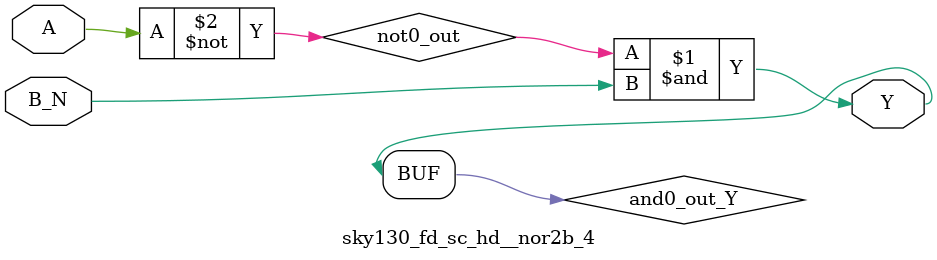
<source format=v>
/*
 * Copyright 2020 The SkyWater PDK Authors
 *
 * Licensed under the Apache License, Version 2.0 (the "License");
 * you may not use this file except in compliance with the License.
 * You may obtain a copy of the License at
 *
 *     https://www.apache.org/licenses/LICENSE-2.0
 *
 * Unless required by applicable law or agreed to in writing, software
 * distributed under the License is distributed on an "AS IS" BASIS,
 * WITHOUT WARRANTIES OR CONDITIONS OF ANY KIND, either express or implied.
 * See the License for the specific language governing permissions and
 * limitations under the License.
 *
 * SPDX-License-Identifier: Apache-2.0
*/


`ifndef SKY130_FD_SC_HD__NOR2B_4_FUNCTIONAL_V
`define SKY130_FD_SC_HD__NOR2B_4_FUNCTIONAL_V

/**
 * nor2b: 2-input NOR, first input inverted.
 *
 *        Y = !(A | B | C | !D)
 *
 * Verilog simulation functional model.
 */

`timescale 1ns / 1ps
`default_nettype none

`celldefine
module sky130_fd_sc_hd__nor2b_4 (
    Y  ,
    A  ,
    B_N
);

    // Module ports
    output Y  ;
    input  A  ;
    input  B_N;

    // Local signals
    wire not0_out  ;
    wire and0_out_Y;

    //  Name  Output      Other arguments
    not not0 (not0_out  , A              );
    and and0 (and0_out_Y, not0_out, B_N  );
    buf buf0 (Y         , and0_out_Y     );

endmodule
`endcelldefine

`default_nettype wire
`endif  // SKY130_FD_SC_HD__NOR2B_4_FUNCTIONAL_V

</source>
